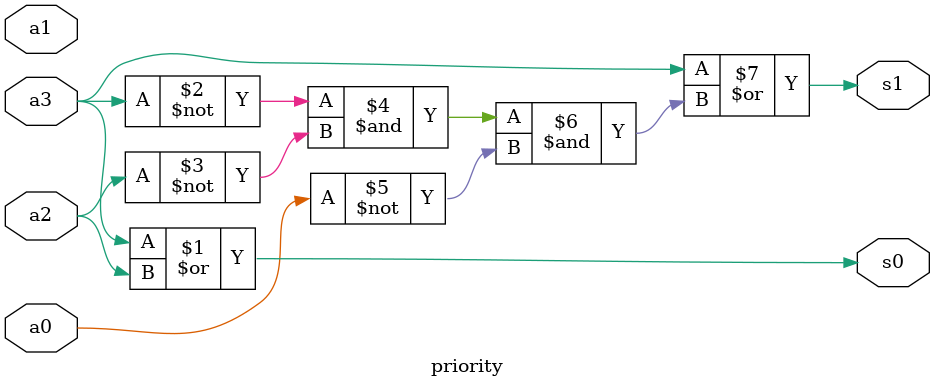
<source format=v>
`timescale 1ns / 1ps


module priority(
input a0,a1,a2,a3,
output s0,s1
    );
    assign s0=a3|a2;
    assign s1=a3|((~a3)&(~a2)&(~a0));

endmodule

</source>
